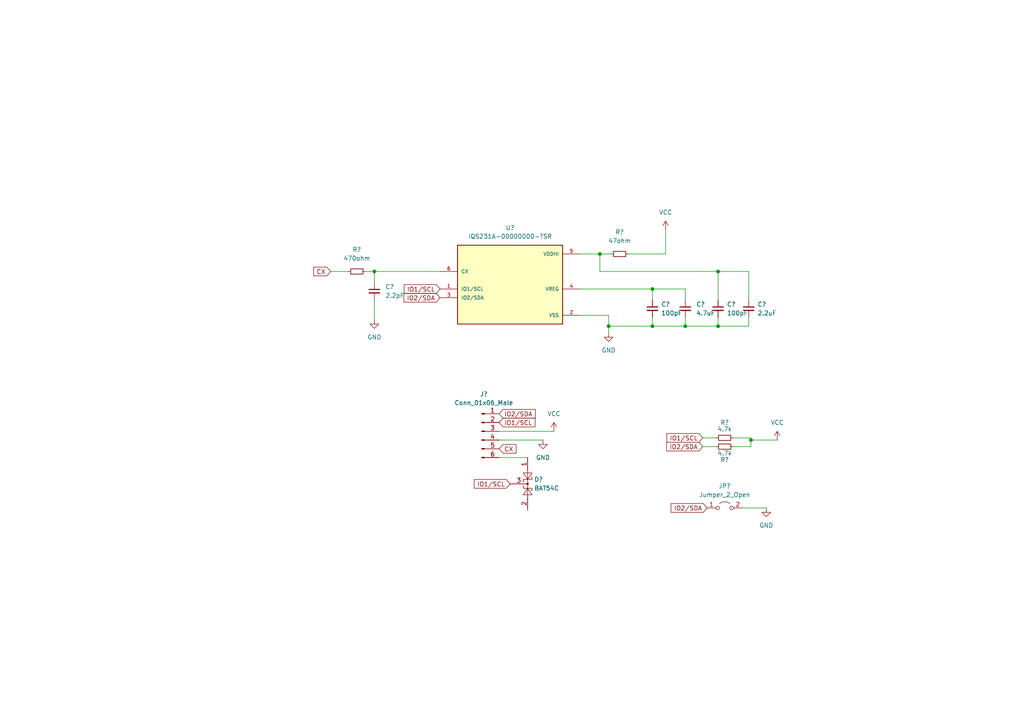
<source format=kicad_sch>
(kicad_sch (version 20211123) (generator eeschema)
  (paper "A4")
  (title_block (title "<<ID>>_<<project_name>>") (date "<<date>>") (rev "<<version>>") (comment 4 "<<hash>>"))
  (lib_symbols
    (symbol "Connector:Conn_01x06_Male" (pin_names (offset 1.016) hide)
      (property "Reference" "J" (at 0 7.62 0))
      (property "Value" "Conn_01x06_Male" (at 0 -10.16 0))
      (symbol "Conn_01x06_Male_1_1"
        (polyline (pts (xy 1.27 -7.62) (xy 0.8636 -7.62)) (stroke (width 0.1524)))
        (polyline (pts (xy 1.27 -5.08) (xy 0.8636 -5.08)) (stroke (width 0.1524)))
        (polyline (pts (xy 1.27 -2.54) (xy 0.8636 -2.54)) (stroke (width 0.1524)))
        (polyline (pts (xy 1.27 0) (xy 0.8636 0)) (stroke (width 0.1524)))
        (polyline (pts (xy 1.27 2.54) (xy 0.8636 2.54)) (stroke (width 0.1524)))
        (polyline (pts (xy 1.27 5.08) (xy 0.8636 5.08)) (stroke (width 0.1524)))
        (rectangle (start 0.8636 -7.493) (end 0 -7.747) (stroke (width 0.1524)) (fill (type outline)))
        (rectangle (start 0.8636 -4.953) (end 0 -5.207) (stroke (width 0.1524)) (fill (type outline)))
        (rectangle (start 0.8636 -2.413) (end 0 -2.667) (stroke (width 0.1524)) (fill (type outline)))
        (rectangle (start 0.8636 0.127) (end 0 -0.127) (stroke (width 0.1524)) (fill (type outline)))
        (rectangle (start 0.8636 2.667) (end 0 2.413) (stroke (width 0.1524)) (fill (type outline)))
        (rectangle (start 0.8636 5.207) (end 0 4.953) (stroke (width 0.1524)) (fill (type outline)))
        (pin passive line (at 5.08 5.08 180) (length 3.81) (name "Pin_1") (number "1"))
        (pin passive line (at 5.08 2.54 180) (length 3.81) (name "Pin_2") (number "2"))
        (pin passive line (at 5.08 0 180) (length 3.81) (name "Pin_3") (number "3"))
        (pin passive line (at 5.08 -2.54 180) (length 3.81) (name "Pin_4") (number "4"))
        (pin passive line (at 5.08 -5.08 180) (length 3.81) (name "Pin_5") (number "5"))
        (pin passive line (at 5.08 -7.62 180) (length 3.81) (name "Pin_6") (number "6"))
      )
    )
    (symbol "Device:C_Small" (pin_numbers hide) (pin_names (offset 0.254) hide)
      (property "Reference" "C" (at 0.254 1.778 0))
      (property "Value" "C_Small" (at 0.254 -2.032 0))
      (symbol "C_Small_0_1"
        (polyline (pts (xy -1.524 -0.508) (xy 1.524 -0.508)) (stroke (width 0.3302)))
        (polyline (pts (xy -1.524 0.508) (xy 1.524 0.508)) (stroke (width 0.3048)))
      )
      (symbol "C_Small_1_1"
        (pin passive line (at 0 2.54 270) (length 2.032) (name "~") (number "1"))
        (pin passive line (at 0 -2.54 90) (length 2.032) (name "~") (number "2"))
      )
    )
    (symbol "Device:R_Small" (pin_numbers hide) (pin_names (offset 0.254) hide)
      (property "Reference" "R" (at 0.762 0.508 0))
      (property "Value" "R_Small" (at 0.762 -1.016 0))
      (symbol "R_Small_0_1"
        (rectangle (start -0.762 1.778) (end 0.762 -1.778) (stroke (width 0.2032)))
      )
      (symbol "R_Small_1_1"
        (pin passive line (at 0 2.54 270) (length 0.762) (name "~") (number "1"))
        (pin passive line (at 0 -2.54 90) (length 0.762) (name "~") (number "2"))
      )
    )
    (symbol "Diode:BAT54C" (pin_names (offset 1.016))
      (property "Reference" "D" (at 0.635 -3.81 0))
      (property "Value" "BAT54C" (at -6.35 3.175 0))
      (symbol "BAT54C_0_1"
        (polyline (pts (xy -1.905 0) (xy 1.905 0)))
        (polyline (pts (xy -1.905 1.27) (xy -1.905 1.016)))
        (polyline (pts (xy -1.27 -1.27) (xy -0.635 -1.27)))
        (polyline (pts (xy -1.27 0) (xy -3.81 0)))
        (polyline (pts (xy -1.27 1.27) (xy -1.905 1.27)))
        (polyline (pts (xy -1.27 1.27) (xy -1.27 -1.27)))
        (polyline (pts (xy -0.635 -1.27) (xy -0.635 -1.016)))
        (polyline (pts (xy 0.635 -1.27) (xy 0.635 -1.016)))
        (polyline (pts (xy 1.27 -1.27) (xy 0.635 -1.27)))
        (polyline (pts (xy 1.27 1.27) (xy 1.27 -1.27)))
        (polyline (pts (xy 1.27 1.27) (xy 1.905 1.27)))
        (polyline (pts (xy 1.905 1.27) (xy 1.905 1.016)))
        (polyline (pts (xy 3.81 0) (xy 1.27 0)))
        (polyline (pts (xy -3.175 -1.27) (xy -3.175 1.27) (xy -1.27 0) (xy -3.175 -1.27)))
        (polyline (pts (xy 3.175 -1.27) (xy 3.175 1.27) (xy 1.27 0) (xy 3.175 -1.27)))
        (circle (center 0 0) (radius 0.254) (fill (type outline)))
      )
      (symbol "BAT54C_1_1"
        (pin passive line (at -7.62 0 0) (length 3.81) (name "~") (number "1"))
        (pin passive line (at 7.62 0 180) (length 3.81) (name "~") (number "2"))
        (pin passive line (at 0 -5.08 90) (length 5.08) (name "~") (number "3"))
      )
    )
    (symbol "Jumper:Jumper_2_Open" (pin_names (offset 0) hide)
      (property "Reference" "JP" (at 0 2.794 0))
      (property "Value" "Jumper_2_Open" (at 0 -2.286 0))
      (symbol "Jumper_2_Open_0_0"
        (circle (center -2.032 0) (radius 0.508))
        (circle (center 2.032 0) (radius 0.508))
      )
      (symbol "Jumper_2_Open_0_1"
        (arc (start 1.524 1.27) (mid 0 1.778) (end -1.524 1.27))
      )
      (symbol "Jumper_2_Open_1_1"
        (pin passive line (at -5.08 0 0) (length 2.54) (name "A") (number "1"))
        (pin passive line (at 5.08 0 180) (length 2.54) (name "B") (number "2"))
      )
    )
    (symbol "Sensor_Touch_custom:IQS231A-00000000-TSR" (pin_names (offset 1.016))
      (property "Reference" "U" (at -15.24 12.7 0))
      (property "Value" "IQS231A-00000000-TSR" (at -15.24 -15.24 0))
      (symbol "IQS231A-00000000-TSR_0_0"
        (rectangle (start -15.24 -12.7) (end 15.24 10.16) (stroke (width 0.254)) (fill (type background)))
        (pin bidirectional line (at -20.32 -2.54 0) (length 5.08) (name "IO1/SCL") (number "1"))
        (pin power_in line (at 20.32 -10.16 180) (length 5.08) (name "VSS") (number "2"))
        (pin bidirectional line (at -20.32 -5.08 0) (length 5.08) (name "IO2/SDA") (number "3"))
        (pin output line (at 20.32 -2.54 180) (length 5.08) (name "VREG") (number "4"))
        (pin power_in line (at 20.32 7.62 180) (length 5.08) (name "VDDHI") (number "5"))
        (pin bidirectional line (at -20.32 2.54 0) (length 5.08) (name "CX") (number "6"))
      )
    )
    (symbol "power:GND" (power) (pin_names (offset 0))
      (property "Value" "GND" (at 0 -3.81 0))
      (symbol "GND_0_1"
        (polyline (pts (xy 0 0) (xy 0 -1.27) (xy 1.27 -1.27) (xy 0 -2.54) (xy -1.27 -1.27) (xy 0 -1.27)))
      )
      (symbol "GND_1_1"
        (pin power_in line (at 0 0 270) (length 0) hide (name "GND") (number "1"))
      )
    )
    (symbol "power:VCC" (power) (pin_names (offset 0))
      (property "Value" "VCC" (at 0 3.81 0))
      (symbol "VCC_0_1"
        (polyline (pts (xy -0.762 1.27) (xy 0 2.54)))
        (polyline (pts (xy 0 0) (xy 0 2.54)))
        (polyline (pts (xy 0 2.54) (xy 0.762 1.27)))
      )
      (symbol "VCC_1_1"
        (pin power_in line (at 0 0 90) (length 0) hide (name "VCC") (number "1"))
      )
    )
  )
  (junction (at 173.99 73.66))
  (junction (at 208.28 78.74))
  (junction (at 108.585 78.74))
  (junction (at 189.23 94.615))
  (junction (at 189.23 83.82))
  (junction (at 217.805 127.635))
  (junction (at 198.755 94.615))
  (junction (at 208.28 94.615))
  (junction (at 176.53 94.615))
  (wire (pts (xy 217.805 127.635) (xy 217.805 127)))
  (wire (pts (xy 189.23 83.82) (xy 189.23 86.995)))
  (wire (pts (xy 217.17 94.615) (xy 208.28 94.615)))
  (wire (pts (xy 217.17 78.74) (xy 208.28 78.74)))
  (wire (pts (xy 212.725 129.54) (xy 217.805 129.54)))
  (wire (pts (xy 182.245 73.66) (xy 193.04 73.66)))
  (wire (pts (xy 168.275 73.66) (xy 173.99 73.66)))
  (wire (pts (xy 208.28 86.995) (xy 208.28 78.74)))
  (wire (pts (xy 198.755 94.615) (xy 189.23 94.615)))
  (wire (pts (xy 168.275 83.82) (xy 189.23 83.82)))
  (wire (pts (xy 193.04 73.66) (xy 193.04 66.675)))
  (wire (pts (xy 198.755 83.82) (xy 198.755 86.995)))
  (wire (pts (xy 217.805 129.54) (xy 217.805 127.635)))
  (wire (pts (xy 144.78 125.095) (xy 160.655 125.095)))
  (wire (pts (xy 144.78 127.635) (xy 157.48 127.635)))
  (wire (pts (xy 217.17 86.995) (xy 217.17 78.74)))
  (wire (pts (xy 176.53 91.44) (xy 176.53 94.615)))
  (wire (pts (xy 212.725 127) (xy 217.805 127)))
  (wire (pts (xy 208.28 78.74) (xy 173.99 78.74)))
  (wire (pts (xy 198.755 92.075) (xy 198.755 94.615)))
  (wire (pts (xy 168.275 91.44) (xy 176.53 91.44)))
  (wire (pts (xy 108.585 78.74) (xy 108.585 81.915)))
  (wire (pts (xy 189.23 92.075) (xy 189.23 94.615)))
  (wire (pts (xy 217.805 127.635) (xy 225.425 127.635)))
  (wire (pts (xy 144.78 132.715) (xy 153.035 132.715)))
  (wire (pts (xy 173.99 73.66) (xy 177.165 73.66)))
  (wire (pts (xy 215.265 147.32) (xy 222.25 147.32)))
  (wire (pts (xy 95.885 78.74) (xy 100.965 78.74)))
  (wire (pts (xy 176.53 94.615) (xy 176.53 96.52)))
  (wire (pts (xy 108.585 78.74) (xy 127.635 78.74)))
  (wire (pts (xy 208.28 92.075) (xy 208.28 94.615)))
  (wire (pts (xy 108.585 86.995) (xy 108.585 92.71)))
  (wire (pts (xy 189.23 83.82) (xy 198.755 83.82)))
  (wire (pts (xy 203.835 129.54) (xy 207.645 129.54)))
  (wire (pts (xy 203.835 127) (xy 207.645 127)))
  (wire (pts (xy 106.045 78.74) (xy 108.585 78.74)))
  (wire (pts (xy 208.28 94.615) (xy 198.755 94.615)))
  (wire (pts (xy 173.99 78.74) (xy 173.99 73.66)))
  (wire (pts (xy 189.23 94.615) (xy 176.53 94.615)))
  (wire (pts (xy 217.17 92.075) (xy 217.17 94.615)))
  (global_label "CX" (shape input) (at 95.885 78.74 180) (property "Intersheet References" "${INTERSHEET_REFS}" (effects hide)))
  (global_label "CX" (shape input) (at 144.78 130.175 0) (property "Intersheet References" "${INTERSHEET_REFS}" (effects hide)))
  (global_label "IO2{slash}SDA" (shape input) (at 203.835 129.54 180) (property "Intersheet References" "${INTERSHEET_REFS}" (effects hide)))
  (global_label "IO2{slash}SDA" (shape input) (at 205.105 147.32 180) (property "Intersheet References" "${INTERSHEET_REFS}" (effects hide)))
  (global_label "IO1{slash}SCL" (shape input) (at 127.635 83.82 180) (property "Intersheet References" "${INTERSHEET_REFS}" (effects hide)))
  (global_label "IO2{slash}SDA" (shape input) (at 144.78 120.015 0) (property "Intersheet References" "${INTERSHEET_REFS}" (effects hide)))
  (global_label "IO1{slash}SCL" (shape input) (at 203.835 127 180) (property "Intersheet References" "${INTERSHEET_REFS}" (effects hide)))
  (global_label "IO1{slash}SCL" (shape input) (at 147.955 140.335 180) (property "Intersheet References" "${INTERSHEET_REFS}" (effects hide)))
  (global_label "IO2{slash}SDA" (shape input) (at 127.635 86.36 180) (property "Intersheet References" "${INTERSHEET_REFS}" (effects hide)))
  (global_label "IO1{slash}SCL" (shape input) (at 144.78 122.555 0) (property "Intersheet References" "${INTERSHEET_REFS}" (effects hide)))
  (symbol (lib_id "Device:R_Small") (at 179.705 73.66 90) (unit 1)
    (property "Reference" "R?" (at 179.705 67.31 90))
    (property "Value" "47ohm" (at 179.705 69.85 90))
  )
  (symbol (lib_id "Sensor_Touch_custom:IQS231A-00000000-TSR") (at 147.955 81.28 0) (unit 1)
    (property "Reference" "U?" (at 147.955 66.04 0))
    (property "Value" "IQS231A-00000000-TSR" (at 147.955 68.58 0))
    (property "Footprint" "IQS231A-00000000-TSR:SOT95P280X100-6N" (effects hide))
    (property "PARTREV" "2.4" (effects hide))
    (property "STANDARD" "IPC-7351B" (effects hide))
    (property "MAXIMUM_PACKAGE_HEIGHT" "1mm" (effects hide))
    (property "MANUFACTURER" "AZOTEQ" (effects hide))
  )
  (symbol (lib_id "Device:C_Small") (at 217.17 89.535 0) (unit 1)
    (property "Reference" "C?" (at 219.71 88.2712 0) (effects (justify left)))
    (property "Value" "2.2uF" (at 219.71 90.8112 0) (effects (justify left)))
  )
  (symbol (lib_id "power:VCC") (at 160.655 125.095 0) (unit 1)
    (property "Reference" "#PWR?" (effects hide))
    (property "Value" "VCC" (at 160.655 120.015 0))
  )
  (symbol (lib_id "Diode:BAT54C") (at 153.035 140.335 270) (unit 1)
    (property "Reference" "D?" (at 154.94 139.0649 90) (effects (justify left)))
    (property "Value" "BAT54C" (at 154.94 141.6049 90) (effects (justify left)))
    (property "Footprint" "Package_TO_SOT_SMD:SOT-23" (effects hide))
    (property "Datasheet" "http://www.diodes.com/_files/datasheets/ds11005.pdf" (effects hide))
  )
  (symbol (lib_id "power:GND") (at 157.48 127.635 0) (unit 1)
    (property "Reference" "#PWR?" (effects hide))
    (property "Value" "GND" (at 157.48 132.715 0))
  )
  (symbol (lib_id "Device:C_Small") (at 208.28 89.535 0) (unit 1)
    (property "Reference" "C?" (at 210.82 88.2712 0) (effects (justify left)))
    (property "Value" "100pF" (at 210.82 90.8112 0) (effects (justify left)))
  )
  (symbol (lib_id "Device:C_Small") (at 189.23 89.535 0) (unit 1)
    (property "Reference" "C?" (at 191.77 88.2712 0) (effects (justify left)))
    (property "Value" "100pF" (at 191.77 90.8112 0) (effects (justify left)))
  )
  (symbol (lib_id "Device:R_Small") (at 103.505 78.74 90) (unit 1)
    (property "Reference" "R?" (at 103.505 72.39 90))
    (property "Value" "470ohm" (at 103.505 74.93 90))
  )
  (symbol (lib_id "Device:R_Small") (at 210.185 129.54 90) (unit 1)
    (property "Reference" "R?" (at 210.185 133.35 90))
    (property "Value" "4.7k" (at 210.185 131.445 90))
  )
  (symbol (lib_id "Connector:Conn_01x06_Male") (at 139.7 125.095 0) (unit 1)
    (property "Reference" "J?" (at 140.335 114.3 0))
    (property "Value" "Conn_01x06_Male" (at 140.335 116.84 0))
  )
  (symbol (lib_id "Device:R_Small") (at 210.185 127 90) (unit 1)
    (property "Reference" "R?" (at 210.185 122.555 90))
    (property "Value" "4.7k" (at 210.185 124.46 90))
  )
  (symbol (lib_id "power:GND") (at 108.585 92.71 0) (unit 1)
    (property "Reference" "#PWR?" (effects hide))
    (property "Value" "GND" (at 108.585 97.79 0))
  )
  (symbol (lib_id "power:VCC") (at 193.04 66.675 0) (unit 1)
    (property "Reference" "#PWR?" (effects hide))
    (property "Value" "VCC" (at 193.04 61.595 0))
  )
  (symbol (lib_id "power:VCC") (at 225.425 127.635 0) (unit 1)
    (property "Reference" "#PWR?" (effects hide))
    (property "Value" "VCC" (at 225.425 122.555 0))
  )
  (symbol (lib_id "power:GND") (at 222.25 147.32 0) (unit 1)
    (property "Reference" "#PWR?" (effects hide))
    (property "Value" "GND" (at 222.25 152.4 0))
  )
  (symbol (lib_id "power:GND") (at 176.53 96.52 0) (unit 1)
    (property "Reference" "#PWR?" (effects hide))
    (property "Value" "GND" (at 176.53 101.6 0))
  )
  (symbol (lib_id "Jumper:Jumper_2_Open") (at 210.185 147.32 0) (unit 1)
    (property "Reference" "JP?" (at 210.185 140.97 0))
    (property "Value" "Jumper_2_Open" (at 210.185 143.51 0))
  )
  (symbol (lib_id "Device:C_Small") (at 198.755 89.535 0) (unit 1)
    (property "Reference" "C?" (at 201.93 88.2712 0) (effects (justify left)))
    (property "Value" "4.7uF" (at 201.93 90.8112 0) (effects (justify left)))
  )
  (symbol (lib_id "Device:C_Small") (at 108.585 84.455 0) (unit 1)
    (property "Reference" "C?" (at 111.76 83.1912 0) (effects (justify left)))
    (property "Value" "2.2pF" (at 111.76 85.7312 0) (effects (justify left)))
  )
)
</source>
